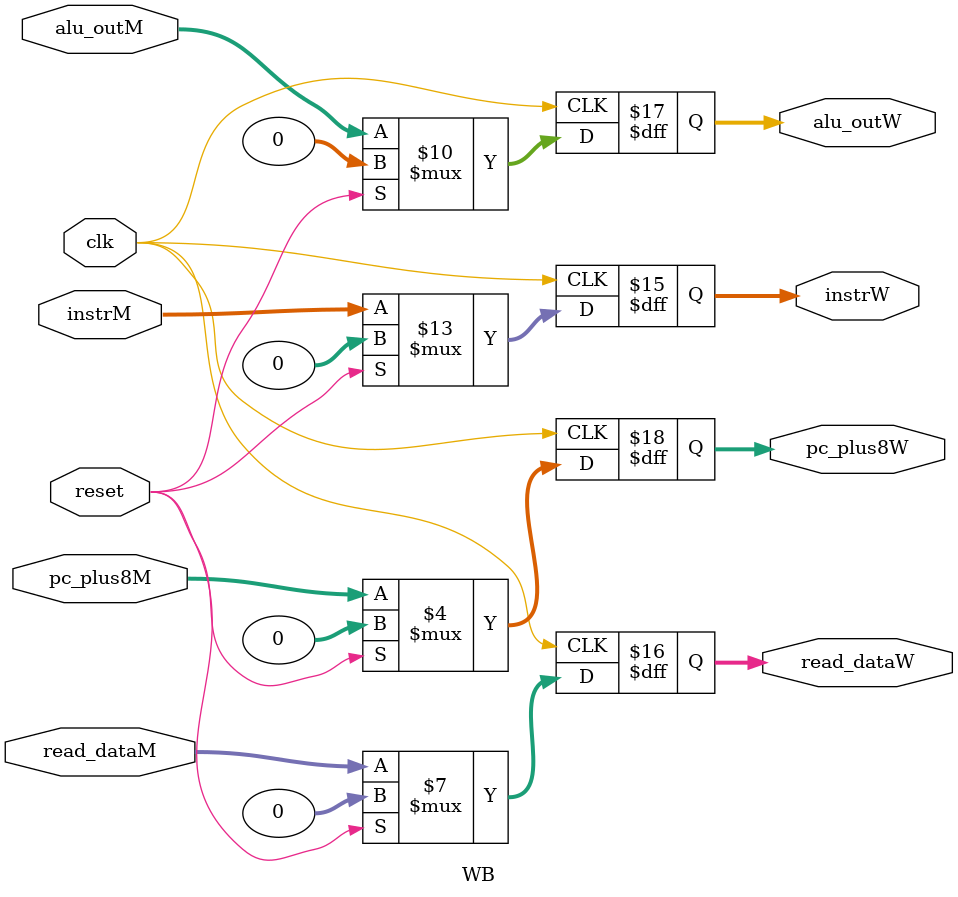
<source format=v>
module WB(
	input clk, input reset,
	input [31:0] instrM, output reg [31:0] instrW,
	input [31:0] read_dataM, output reg [31:0] read_dataW,
	input [31:0] alu_outM,  output reg [31:0] alu_outW,
	input [31:0] pc_plus8M,  output reg [31:0] pc_plus8W

);
initial begin instrW = 0; end
always @ (posedge clk) begin
	if(reset) begin
		instrW = 0;
		alu_outW = 0;
		read_dataW = 0;
		pc_plus8W = 0;
	end
	else begin
		instrW = instrM;
		alu_outW = alu_outM;
		read_dataW = read_dataM;
		pc_plus8W = pc_plus8M;
	end
end

endmodule

</source>
